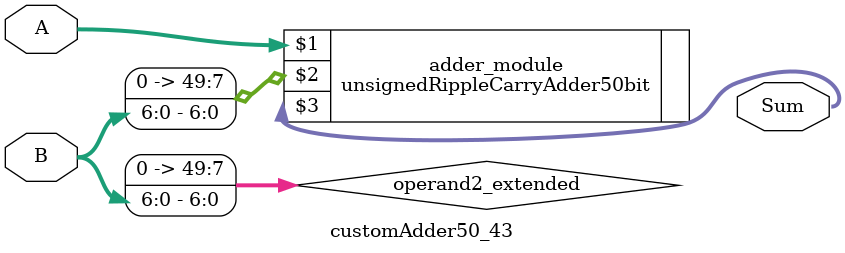
<source format=v>
module customAdder50_43(
                        input [49 : 0] A,
                        input [6 : 0] B,
                        
                        output [50 : 0] Sum
                );

        wire [49 : 0] operand2_extended;
        
        assign operand2_extended =  {43'b0, B};
        
        unsignedRippleCarryAdder50bit adder_module(
            A,
            operand2_extended,
            Sum
        );
        
        endmodule
        
</source>
